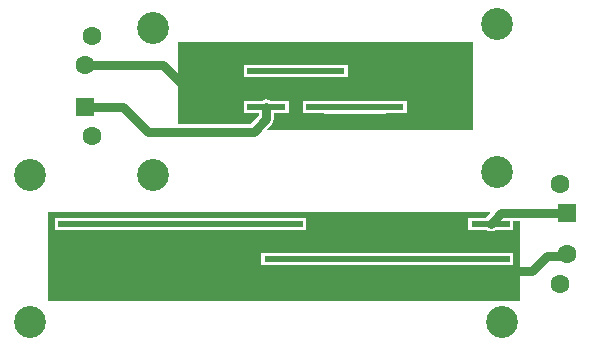
<source format=gtl>
G04*
G04 #@! TF.GenerationSoftware,Altium Limited,Altium Designer,19.0.10 (269)*
G04*
G04 Layer_Physical_Order=1*
G04 Layer_Color=255*
%FSLAX25Y25*%
%MOIN*%
G70*
G01*
G75*
%ADD11C,0.01000*%
%ADD12R,0.12992X0.01968*%
%ADD13R,0.12992X0.05118*%
%ADD20C,0.02953*%
%ADD21C,0.01968*%
%ADD22C,0.10630*%
%ADD23C,0.06299*%
%ADD24R,0.06299X0.06299*%
%ADD25C,0.02362*%
G36*
X163290Y45207D02*
X161799Y43717D01*
X155890D01*
Y39748D01*
X161898D01*
X162420Y39400D01*
X163386Y39208D01*
X164352Y39400D01*
X164874Y39748D01*
X170882D01*
Y42751D01*
X173228D01*
Y16142D01*
X15748D01*
Y45669D01*
X163099D01*
X163290Y45207D01*
D02*
G37*
G36*
X157480Y72835D02*
X88961Y72835D01*
X88770Y73297D01*
X90368Y74895D01*
X90915Y75714D01*
X91108Y76680D01*
Y78724D01*
X96079D01*
Y82693D01*
X90070D01*
X89549Y83041D01*
X88583Y83234D01*
X87616Y83041D01*
X87095Y82693D01*
X81087D01*
Y78724D01*
X86058D01*
Y77726D01*
X83298Y74966D01*
X59055D01*
X59055Y102362D01*
X157480Y102362D01*
X157480Y72835D01*
D02*
G37*
%LPC*%
G36*
X94488Y43755D02*
X25591D01*
X25395Y43717D01*
X18094D01*
Y39748D01*
X25395D01*
X25591Y39709D01*
X94488D01*
X94684Y39748D01*
X101984D01*
Y43717D01*
X94684D01*
X94488Y43755D01*
D02*
G37*
G36*
X163386Y31945D02*
X94488D01*
X94293Y31906D01*
X86992D01*
Y27937D01*
X94293D01*
X94488Y27898D01*
X163386D01*
X163581Y27937D01*
X170882D01*
Y31906D01*
X163581D01*
X163386Y31945D01*
D02*
G37*
G36*
X108071Y94543D02*
X88583D01*
X88387Y94504D01*
X81087D01*
Y90535D01*
X88387D01*
X88583Y90497D01*
X108071D01*
X108266Y90535D01*
X115764D01*
Y94504D01*
X108266D01*
X108071Y94543D01*
D02*
G37*
G36*
X135449Y82693D02*
X120457D01*
Y82535D01*
X115764D01*
Y82693D01*
X100772D01*
Y78724D01*
X107371D01*
X107493Y78643D01*
X108268Y78489D01*
X127953D01*
X128727Y78643D01*
X128849Y78724D01*
X135449D01*
Y82693D01*
D02*
G37*
%LPD*%
D11*
X25591Y41732D02*
X25591Y41732D01*
X108071Y92520D02*
X108268Y92323D01*
X94488Y29921D02*
X94488Y29921D01*
X94488Y41732D02*
X94488Y41732D01*
D12*
X127953Y80709D02*
D03*
Y92520D02*
D03*
X88583D02*
D03*
Y80709D02*
D03*
X108268Y92520D02*
D03*
Y80709D02*
D03*
X163386Y29921D02*
D03*
Y41732D02*
D03*
X94488Y29921D02*
D03*
Y41732D02*
D03*
X25591Y29921D02*
D03*
Y41732D02*
D03*
D13*
X127953Y86614D02*
D03*
X88583D02*
D03*
X108268Y86614D02*
D03*
X163386Y35827D02*
D03*
X94488Y35827D02*
D03*
X25591D02*
D03*
D20*
X28079Y80763D02*
X40891D01*
X49213Y72441D02*
X84344D01*
X40891Y80763D02*
X49213Y72441D01*
X84344D02*
X88583Y76680D01*
X54277Y94543D02*
X62205Y86614D01*
X182087Y30906D02*
X188976D01*
X28079Y94543D02*
X54277D01*
X27559D02*
X28079D01*
X177165Y25984D02*
X182087Y30906D01*
X166929Y45276D02*
X188976D01*
X163386Y41732D02*
X166929Y45276D01*
X165355Y25984D02*
X177165D01*
X88583Y76680D02*
Y80709D01*
D21*
X25591Y41732D02*
X94488D01*
X94488Y29921D02*
X163386D01*
X88583Y92520D02*
X108071D01*
X108268Y80512D02*
X127953D01*
D22*
X9843Y57874D02*
D03*
X165355Y59055D02*
D03*
X50787Y57874D02*
D03*
Y107087D02*
D03*
X165355Y108268D02*
D03*
X167323Y9055D02*
D03*
X9843D02*
D03*
D23*
X186496Y21654D02*
D03*
Y55118D02*
D03*
X188976Y31496D02*
D03*
X30559Y104385D02*
D03*
Y70921D02*
D03*
X28079Y94543D02*
D03*
D24*
X188976Y45276D02*
D03*
X28079Y80763D02*
D03*
D25*
X62205Y86614D02*
D03*
X65355D02*
D03*
X68505D02*
D03*
X65355Y80315D02*
D03*
X62205D02*
D03*
X63780Y83465D02*
D03*
X71654Y86614D02*
D03*
X68505Y80315D02*
D03*
X66930Y77166D02*
D03*
X63780D02*
D03*
X71654Y80315D02*
D03*
X70079Y83465D02*
D03*
X66930D02*
D03*
X74804Y86614D02*
D03*
X77953D02*
D03*
X74804Y80315D02*
D03*
X70079Y77166D02*
D03*
X73229Y83465D02*
D03*
X77953Y80315D02*
D03*
X73229Y77166D02*
D03*
X76379Y83465D02*
D03*
Y77166D02*
D03*
X79528Y83465D02*
D03*
X165355Y25984D02*
D03*
Y18110D02*
D03*
X161418Y25984D02*
D03*
X163386Y22047D02*
D03*
X161418Y18110D02*
D03*
X157481Y25984D02*
D03*
X159449Y22047D02*
D03*
X157481Y18110D02*
D03*
X153544Y33858D02*
D03*
Y25984D02*
D03*
X155512Y22047D02*
D03*
X153544Y18110D02*
D03*
X151575Y37795D02*
D03*
X149607Y33858D02*
D03*
Y25984D02*
D03*
X151575Y22047D02*
D03*
X149607Y18110D02*
D03*
X147638Y37795D02*
D03*
X145670Y33858D02*
D03*
Y25984D02*
D03*
X147638Y22047D02*
D03*
X145670Y18110D02*
D03*
X143701Y37795D02*
D03*
X141733Y33858D02*
D03*
Y25984D02*
D03*
X143701Y22047D02*
D03*
X141733Y18110D02*
D03*
X139764Y37795D02*
D03*
X137796Y33858D02*
D03*
Y25984D02*
D03*
X139764Y22047D02*
D03*
X137796Y18110D02*
D03*
X135827Y37795D02*
D03*
X133859Y33858D02*
D03*
Y25984D02*
D03*
X135827Y22047D02*
D03*
X133859Y18110D02*
D03*
X131890Y37795D02*
D03*
X129922Y33858D02*
D03*
Y25984D02*
D03*
X131890Y22047D02*
D03*
X129922Y18110D02*
D03*
X127953Y37795D02*
D03*
X125985Y33858D02*
D03*
Y25984D02*
D03*
X127953Y22047D02*
D03*
X125985Y18110D02*
D03*
X124016Y37795D02*
D03*
X122048Y33858D02*
D03*
Y25984D02*
D03*
X124016Y22047D02*
D03*
X122048Y18110D02*
D03*
X120079Y37795D02*
D03*
X118111Y33858D02*
D03*
Y25984D02*
D03*
X120079Y22047D02*
D03*
X118111Y18110D02*
D03*
X116142Y37795D02*
D03*
X114174Y33858D02*
D03*
Y25984D02*
D03*
X116142Y22047D02*
D03*
X114174Y18110D02*
D03*
X112205Y37795D02*
D03*
X110237Y33858D02*
D03*
Y25984D02*
D03*
X112205Y22047D02*
D03*
X110237Y18110D02*
D03*
X108268Y37795D02*
D03*
X106299Y33858D02*
D03*
Y25984D02*
D03*
X108268Y22047D02*
D03*
X106299Y18110D02*
D03*
X104331Y37795D02*
D03*
X102363Y25984D02*
D03*
X104331Y22047D02*
D03*
X102363Y18110D02*
D03*
X98426Y25984D02*
D03*
X100394Y22047D02*
D03*
X98426Y18110D02*
D03*
X94489Y25984D02*
D03*
X96457Y22047D02*
D03*
X94489Y18110D02*
D03*
X90552Y25984D02*
D03*
X92520Y22047D02*
D03*
X90552Y18110D02*
D03*
X86615Y25984D02*
D03*
X88583Y22047D02*
D03*
X86615Y18110D02*
D03*
X84646Y37795D02*
D03*
X82678Y33858D02*
D03*
X84646Y29921D02*
D03*
X82678Y25984D02*
D03*
X84646Y22047D02*
D03*
X82678Y18110D02*
D03*
X80709Y37795D02*
D03*
X78741Y33858D02*
D03*
X80709Y29921D02*
D03*
X78741Y25984D02*
D03*
X80709Y22047D02*
D03*
X78741Y18110D02*
D03*
X76772Y37795D02*
D03*
X74804Y33858D02*
D03*
X76772Y29921D02*
D03*
X74804Y25984D02*
D03*
X76772Y22047D02*
D03*
X74804Y18110D02*
D03*
X72835Y37795D02*
D03*
X70866Y33858D02*
D03*
X72835Y29921D02*
D03*
X70866Y25984D02*
D03*
X72835Y22047D02*
D03*
X70866Y18110D02*
D03*
X68898Y37795D02*
D03*
X66929Y33858D02*
D03*
X68898Y29921D02*
D03*
X66929Y25984D02*
D03*
X68898Y22047D02*
D03*
X66929Y18110D02*
D03*
X64961Y37795D02*
D03*
X62992Y33858D02*
D03*
X64961Y29921D02*
D03*
X62992Y25984D02*
D03*
X64961Y22047D02*
D03*
X62992Y18110D02*
D03*
X61024Y37795D02*
D03*
X59055Y33858D02*
D03*
X61024Y29921D02*
D03*
X59055Y25984D02*
D03*
X61024Y22047D02*
D03*
X59055Y18110D02*
D03*
X57087Y37795D02*
D03*
X55118Y33858D02*
D03*
X57087Y29921D02*
D03*
X55118Y25984D02*
D03*
X57087Y22047D02*
D03*
X55118Y18110D02*
D03*
X53150Y37795D02*
D03*
X51181Y33858D02*
D03*
X53150Y29921D02*
D03*
X51181Y25984D02*
D03*
X53150Y22047D02*
D03*
X51181Y18110D02*
D03*
X49213Y37795D02*
D03*
X47244Y33858D02*
D03*
X49213Y29921D02*
D03*
X47244Y25984D02*
D03*
X49213Y22047D02*
D03*
X47244Y18110D02*
D03*
X45276Y37795D02*
D03*
X43307Y33858D02*
D03*
X45276Y29921D02*
D03*
X43307Y25984D02*
D03*
X45276Y22047D02*
D03*
X43307Y18110D02*
D03*
X41339Y37795D02*
D03*
X39370Y33858D02*
D03*
X41339Y29921D02*
D03*
X39370Y25984D02*
D03*
X41339Y22047D02*
D03*
X39370Y18110D02*
D03*
X37402Y37795D02*
D03*
X35433Y33858D02*
D03*
X37402Y29921D02*
D03*
X35433Y25984D02*
D03*
X37402Y22047D02*
D03*
X35433Y18110D02*
D03*
X31496Y25984D02*
D03*
X33465Y22047D02*
D03*
X31496Y18110D02*
D03*
X27559Y25984D02*
D03*
X29528Y22047D02*
D03*
X27559Y18110D02*
D03*
X23622Y25984D02*
D03*
X25591Y22047D02*
D03*
X23622Y18110D02*
D03*
X19685Y25984D02*
D03*
X21654Y22047D02*
D03*
X19685Y18110D02*
D03*
X17717Y22047D02*
D03*
X153544Y99213D02*
D03*
X155119Y96063D02*
D03*
X153544Y92914D02*
D03*
X155119Y89764D02*
D03*
X153544Y86614D02*
D03*
X155119Y83465D02*
D03*
X153544Y80315D02*
D03*
X155119Y77166D02*
D03*
X150394Y99213D02*
D03*
X151969Y96063D02*
D03*
X150394Y92914D02*
D03*
X151969Y89764D02*
D03*
X150394Y86614D02*
D03*
X151969Y83465D02*
D03*
X150394Y80315D02*
D03*
X151969Y77166D02*
D03*
X147245Y99213D02*
D03*
X148820Y96063D02*
D03*
X147245Y92914D02*
D03*
X148820Y89764D02*
D03*
X147245Y86614D02*
D03*
X148820Y83465D02*
D03*
X147245Y80315D02*
D03*
X148820Y77166D02*
D03*
X144095Y99213D02*
D03*
X145670Y96063D02*
D03*
X144095Y92914D02*
D03*
X145670Y89764D02*
D03*
X144095Y86614D02*
D03*
X145670Y83465D02*
D03*
X144095Y80315D02*
D03*
X145670Y77166D02*
D03*
X140946Y99213D02*
D03*
X142520Y96063D02*
D03*
X140946Y92914D02*
D03*
X142520Y89764D02*
D03*
X140946Y86614D02*
D03*
X142520Y83465D02*
D03*
X140946Y80315D02*
D03*
X142520Y77166D02*
D03*
X137796Y99213D02*
D03*
X139371Y96063D02*
D03*
X137796Y92914D02*
D03*
X139371Y89764D02*
D03*
X137796Y86614D02*
D03*
X139371Y83465D02*
D03*
X137796Y80315D02*
D03*
X139371Y77166D02*
D03*
X134646Y99213D02*
D03*
X136221Y96063D02*
D03*
Y89764D02*
D03*
Y77166D02*
D03*
X131497Y99213D02*
D03*
X133072Y96063D02*
D03*
Y77166D02*
D03*
X128347Y99213D02*
D03*
X129922Y96063D02*
D03*
Y77166D02*
D03*
X125198Y99213D02*
D03*
X126772Y96063D02*
D03*
Y77166D02*
D03*
X122048Y99213D02*
D03*
X123623Y96063D02*
D03*
Y77166D02*
D03*
X118898Y99213D02*
D03*
X120473Y96063D02*
D03*
X118898Y92914D02*
D03*
Y86614D02*
D03*
X120473Y77166D02*
D03*
X115749Y99213D02*
D03*
X117324Y96063D02*
D03*
Y89764D02*
D03*
Y77166D02*
D03*
X112599Y99213D02*
D03*
X114174Y96063D02*
D03*
Y77166D02*
D03*
X109450Y99213D02*
D03*
X111024Y96063D02*
D03*
Y77166D02*
D03*
X106300Y99213D02*
D03*
X107875Y96063D02*
D03*
Y77166D02*
D03*
X103150Y99213D02*
D03*
X104725Y96063D02*
D03*
Y77166D02*
D03*
X100001Y99213D02*
D03*
X101576Y96063D02*
D03*
X100001Y86614D02*
D03*
X101576Y77166D02*
D03*
X96851Y99213D02*
D03*
X98426Y96063D02*
D03*
X96851Y86614D02*
D03*
X98426Y83465D02*
D03*
Y77166D02*
D03*
X93701Y99213D02*
D03*
X95276Y96063D02*
D03*
Y77166D02*
D03*
X90552Y99213D02*
D03*
X92127Y96063D02*
D03*
X87402Y99213D02*
D03*
X88977Y96063D02*
D03*
X84253Y99213D02*
D03*
X85827Y96063D02*
D03*
X81103Y99213D02*
D03*
X82678Y96063D02*
D03*
Y77166D02*
D03*
X77953Y99213D02*
D03*
X79528Y96063D02*
D03*
X77953Y92914D02*
D03*
X79528Y89764D02*
D03*
Y77166D02*
D03*
X74804Y99213D02*
D03*
X76379Y96063D02*
D03*
X74804Y92914D02*
D03*
X76379Y89764D02*
D03*
X71654Y99213D02*
D03*
X73229Y96063D02*
D03*
X71654Y92914D02*
D03*
X73229Y89764D02*
D03*
X68505Y99213D02*
D03*
X70079Y96063D02*
D03*
X68505Y92914D02*
D03*
X70079Y89764D02*
D03*
X65355Y99213D02*
D03*
X66930Y96063D02*
D03*
X65355Y92914D02*
D03*
X66930Y89764D02*
D03*
X62205Y99213D02*
D03*
X63780Y96063D02*
D03*
X62205Y92914D02*
D03*
X63780Y89764D02*
D03*
M02*

</source>
